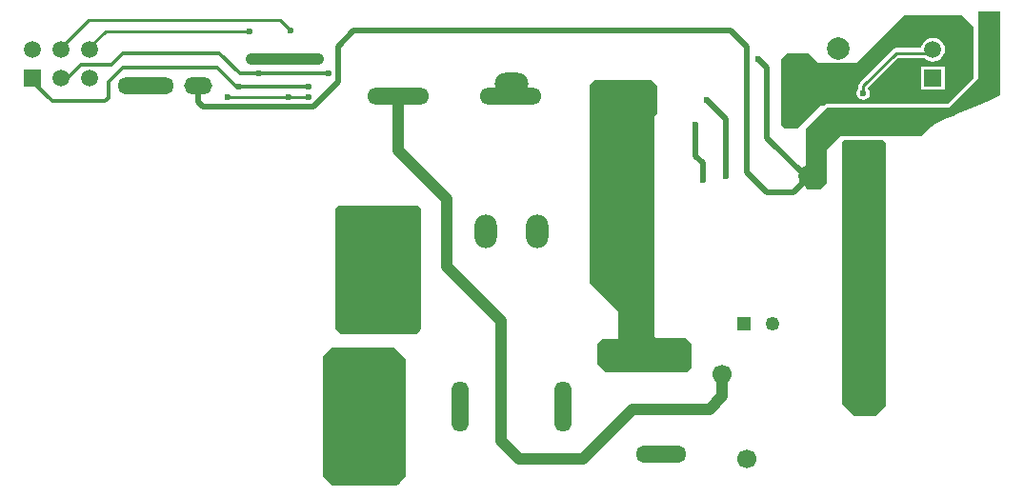
<source format=gbl>
G04 Layer_Physical_Order=2*
G04 Layer_Color=16711680*
%FSLAX44Y44*%
%MOMM*%
G71*
G01*
G75*
%ADD23C,0.5000*%
%ADD24C,0.3000*%
%ADD25C,0.2540*%
%ADD26C,1.0000*%
%ADD29R,1.5000X1.5000*%
%ADD30C,1.5000*%
%ADD31O,4.5000X1.5000*%
%ADD32O,1.5000X4.5000*%
%ADD33O,2.0000X3.0000*%
%ADD34O,3.0000X2.0000*%
%ADD35O,6.0000X3.2000*%
%ADD36O,5.5000X1.5000*%
%ADD37C,2.0000*%
%ADD38R,1.2500X1.2500*%
%ADD39C,1.2500*%
%ADD40C,1.7000*%
%ADD41O,1.5000X6.5000*%
%ADD42O,5.0000X1.5000*%
%ADD43O,2.5000X1.5000*%
%ADD44C,2.0000*%
%ADD45C,0.6000*%
G36*
X554736Y-6869D02*
Y-8748D01*
Y-30846D01*
X554882Y-30992D01*
Y-31100D01*
X554913Y-31177D01*
X552450Y-33640D01*
Y-226426D01*
Y-229220D01*
X554374Y-231144D01*
Y-231252D01*
X554406Y-231329D01*
X554482Y-231360D01*
X580091D01*
X585470Y-236739D01*
Y-250810D01*
Y-257160D01*
X585616Y-257306D01*
Y-257522D01*
X581660Y-261478D01*
X509270D01*
X504698Y-256906D01*
X501650Y-253858D01*
Y-247254D01*
Y-236586D01*
X502920Y-235316D01*
X505968Y-232268D01*
X520192D01*
X520700Y-231760D01*
Y-227696D01*
Y-207376D01*
X495046Y-181722D01*
Y-49896D01*
Y-16114D01*
Y-14336D01*
X495046Y-6107D01*
X499155Y-1998D01*
X549865D01*
X554736Y-6869D01*
D02*
G37*
G36*
X345440Y-116190D02*
Y-203820D01*
Y-222870D01*
X344170Y-224140D01*
X340739Y-227571D01*
X273941D01*
X271780Y-225410D01*
X269240Y-222870D01*
Y-211440D01*
Y-116190D01*
X271780Y-113650D01*
X342900D01*
X345440Y-116190D01*
D02*
G37*
G36*
X331470Y-249540D02*
Y-318120D01*
Y-353680D01*
X328930Y-356220D01*
X323217Y-361933D01*
X266063D01*
X265430Y-361300D01*
X257810Y-353680D01*
Y-280020D01*
Y-247000D01*
X265430Y-239380D01*
X321310D01*
X331470Y-249540D01*
D02*
G37*
G36*
X757936Y-57262D02*
Y-249794D01*
Y-291704D01*
X754126Y-295514D01*
X749300Y-300340D01*
X729996D01*
X725678Y-296022D01*
X719582Y-289926D01*
Y-57262D01*
Y-57008D01*
X721360Y-55230D01*
X755904D01*
X757936Y-57262D01*
D02*
G37*
G36*
X832104Y49672D02*
X836422Y45354D01*
Y11318D01*
Y404D01*
X829941Y-6077D01*
X829941Y-6077D01*
X813057Y-22961D01*
X705866D01*
X704696Y-23194D01*
X703703Y-23857D01*
X703703Y-23857D01*
X702810Y-24750D01*
X699770D01*
X697738Y-26782D01*
X679704Y-44816D01*
X668782D01*
X668528Y-44562D01*
X665480Y-41514D01*
Y-38720D01*
Y16144D01*
Y16652D01*
X671068Y22240D01*
X689864D01*
X698246Y13858D01*
X732790D01*
X754380Y35448D01*
X774954Y56022D01*
X825754D01*
X832104Y49672D01*
D02*
G37*
G36*
X859790Y7508D02*
X859790Y-14986D01*
X851100Y-19000D01*
X839112Y-24538D01*
X822813Y-31289D01*
X819912Y-32370D01*
X819706Y-32576D01*
X814680Y-34658D01*
X814655Y-34683D01*
X810526Y-36393D01*
X802646Y-40749D01*
X795303Y-45959D01*
X789191Y-51420D01*
X717550D01*
X709930Y-59040D01*
X705612Y-63358D01*
Y-84948D01*
Y-93076D01*
X701548Y-97140D01*
X699770Y-98918D01*
X688340D01*
X687070Y-97648D01*
Y-97394D01*
Y-44816D01*
X695960Y-35926D01*
X704973Y-26913D01*
X704973Y-26913D01*
X704973Y-26913D01*
X705653Y-26233D01*
X705889Y-26075D01*
X706167Y-26020D01*
X814324D01*
X815220Y-25124D01*
X832104Y-8240D01*
X832104Y-8240D01*
X832415Y-7929D01*
X832989Y-7489D01*
X833428Y-6916D01*
X838585Y-1759D01*
X838585Y-1759D01*
X838585Y-1759D01*
X840740Y396D01*
Y59070D01*
X859790D01*
Y7508D01*
D02*
G37*
%LPC*%
G36*
X281750Y-337333D02*
X279736Y-337733D01*
X278028Y-338875D01*
X276887Y-340583D01*
X276486Y-342597D01*
X276574D01*
X276625Y-342723D01*
X276750Y-342774D01*
X276875Y-342723D01*
X276927Y-342597D01*
X276949D01*
X277314Y-340760D01*
X278355Y-339202D01*
X279913Y-338161D01*
X281750Y-337796D01*
Y-337774D01*
X281876Y-337723D01*
X281927Y-337597D01*
X281876Y-337472D01*
X281750Y-337420D01*
Y-337333D01*
D02*
G37*
G36*
X800100Y35991D02*
X797359Y35630D01*
X794805Y34572D01*
X792611Y32889D01*
X790928Y30695D01*
X789870Y28141D01*
X789688Y26754D01*
X767494D01*
X765828Y26422D01*
X764416Y25478D01*
X735045Y-3891D01*
X734102Y-5304D01*
X733770Y-6970D01*
Y-9036D01*
X732472Y-10979D01*
X732007Y-13320D01*
X732472Y-15661D01*
X733798Y-17646D01*
X735783Y-18972D01*
X738124Y-19438D01*
X740465Y-18972D01*
X742450Y-17646D01*
X743776Y-15661D01*
X744241Y-13320D01*
X743776Y-10979D01*
X742478Y-9036D01*
Y-8773D01*
X769297Y18046D01*
X792508D01*
X792611Y17911D01*
X794805Y16228D01*
X797359Y15170D01*
X800100Y14809D01*
X802841Y15170D01*
X805395Y16228D01*
X807589Y17911D01*
X809272Y20105D01*
X810330Y22659D01*
X810691Y25400D01*
X810330Y28141D01*
X809272Y30695D01*
X807589Y32889D01*
X805395Y34572D01*
X802841Y35630D01*
X800100Y35991D01*
D02*
G37*
G36*
X810600Y10500D02*
X789600D01*
Y-10500D01*
X810600D01*
Y10500D01*
D02*
G37*
G36*
X276750Y-326421D02*
X276625Y-326472D01*
X276574Y-326597D01*
X276486D01*
X276887Y-328612D01*
X278028Y-330320D01*
X279736Y-331461D01*
X281750Y-331862D01*
Y-331774D01*
X281876Y-331723D01*
X281927Y-331597D01*
X281876Y-331472D01*
X281750Y-331421D01*
Y-331399D01*
X279913Y-331034D01*
X278355Y-329993D01*
X277314Y-328435D01*
X276949Y-326597D01*
X276927D01*
X276875Y-326472D01*
X276750Y-326421D01*
D02*
G37*
%LPD*%
D23*
X825500Y25400D02*
Y43576D01*
Y22400D02*
Y25400D01*
X850900D02*
Y32400D01*
Y0D02*
Y25400D01*
Y-1890D02*
Y0D01*
X825500Y43576D02*
Y45100D01*
X733552Y5730D02*
X780796Y52974D01*
X816102D01*
X828620Y-24170D02*
X850900Y-1890D01*
X271000Y28400D02*
X285000Y42400D01*
X271000Y-3686D02*
Y28400D01*
X249516Y-25170D02*
X271000Y-3686D01*
X285000Y42400D02*
X620000D01*
X634746Y-83678D02*
Y27654D01*
X620000Y42400D02*
X634746Y27654D01*
X645000Y17400D02*
X652780Y9620D01*
Y-52944D02*
Y9620D01*
Y-52944D02*
X687324Y-87488D01*
X595630Y-90790D02*
Y-75550D01*
X589280Y-69200D02*
X595630Y-75550D01*
X589280Y-69200D02*
Y-41260D01*
X751840Y-264272D02*
Y-120000D01*
Y-111110D01*
X634746Y-83678D02*
X652780Y-101712D01*
X687324Y-87488D02*
X690118D01*
X615950Y-86980D02*
Y-36180D01*
X599440Y-19670D02*
X615950Y-36180D01*
X671830Y-30465D02*
X679450Y-22845D01*
Y15890D01*
X740918Y-100188D02*
Y-87488D01*
X679450Y15890D02*
X689610Y5730D01*
X733552D01*
X735076Y-283068D02*
Y-281036D01*
X751840Y-264272D01*
X690118Y-87488D02*
Y-69962D01*
X827273Y-24170D02*
X828620D01*
X802778Y-35164D02*
X805768D01*
X808735Y-32197D01*
X690118Y-69962D02*
X723646Y-36434D01*
X801508D01*
X802778Y-35164D01*
X808735Y-32197D02*
X813578D01*
X817596Y-28179D01*
X823265D01*
X827273Y-24170D01*
X675894Y-101712D02*
X690118Y-87488D01*
X652780Y-101712D02*
X675894D01*
X146950Y-21078D02*
Y-7110D01*
Y-21078D02*
X151042Y-25170D01*
X249516D01*
X740918Y-100188D02*
X751840Y-111110D01*
X816102Y52974D02*
X825500Y43576D01*
D24*
X27600Y-3000D02*
X42600Y12000D01*
X25400Y-3000D02*
X27600D01*
X69600Y12000D02*
X80000Y22400D01*
X42600Y12000D02*
X69600D01*
X80000Y22400D02*
X165702D01*
X80394Y9794D02*
X163830D01*
X67000Y-3600D02*
X80394Y9794D01*
X17600Y-20600D02*
X64000D01*
X67000Y-17600D01*
Y-3600D01*
X0Y-3000D02*
X17600Y-20600D01*
X165702Y22400D02*
X183896Y4206D01*
X163830Y9794D02*
X180848Y-7224D01*
X183896Y4206D02*
X200914D01*
X180848Y-7224D02*
X183388D01*
X262836Y4206D02*
X262890Y4152D01*
X200914Y4206D02*
X262836D01*
X244602Y-7224D02*
X244856Y-7478D01*
X183388Y-7224D02*
X244602D01*
D25*
X767494Y22400D02*
X800100D01*
X50800Y25400D02*
Y27700D01*
Y22400D02*
Y25400D01*
X65050Y41950D02*
X192888D01*
X50800Y27700D02*
X65050Y41950D01*
X25400Y25400D02*
Y27300D01*
Y22400D02*
Y25400D01*
X49500Y51400D02*
X220000D01*
X25400Y27300D02*
X49500Y51400D01*
X738124Y-6970D02*
X767494Y22400D01*
X220000Y51400D02*
X229000Y42400D01*
X227584Y-16876D02*
X245110D01*
X193802Y16906D02*
X194056D01*
X253746Y17160D02*
X254000Y16906D01*
X173228Y-16876D02*
X227584D01*
X738124Y-13320D02*
Y-6970D01*
D26*
X368046Y-167752D02*
Y-107046D01*
X324942Y-63942D02*
X368046Y-107046D01*
X324942Y-63942D02*
Y-16368D01*
X488950Y-338440D02*
X533146Y-294244D01*
X601726D01*
X613000Y-282970D01*
Y-263440D01*
X432054Y-338440D02*
X488950D01*
X416306Y-322692D02*
X432054Y-338440D01*
X416306Y-322692D02*
Y-216012D01*
X368046Y-167752D02*
X416306Y-216012D01*
X524942Y-19668D02*
X527302D01*
X525451Y-242847D02*
X533235D01*
X536194Y-239888D01*
Y-28560D01*
X527302Y-19668D02*
X536194Y-28560D01*
X194056Y17160D02*
X253746D01*
D29*
X0Y0D02*
D03*
X800100D02*
D03*
D30*
X0Y25400D02*
D03*
X25400Y0D02*
D03*
Y25400D02*
D03*
X50800Y0D02*
D03*
Y25400D02*
D03*
X800100D02*
D03*
X825500Y0D02*
D03*
Y25400D02*
D03*
X850900Y0D02*
D03*
Y25400D02*
D03*
D31*
X525451Y-242847D02*
D03*
X292453Y-334605D02*
D03*
X292453Y-249605D02*
D03*
X558448D02*
D03*
X558448Y-334605D02*
D03*
D32*
X379950Y-292097D02*
D03*
X470950D02*
D03*
D33*
X402450Y-136597D02*
D03*
X448451D02*
D03*
D34*
X425451Y-4884D02*
D03*
D35*
X524942Y-19668D02*
D03*
D36*
X424942Y-16368D02*
D03*
X324942D02*
D03*
D37*
X690118Y-87488D02*
D03*
X740918D02*
D03*
D38*
X632460Y-218298D02*
D03*
D39*
X657460D02*
D03*
D40*
X613000Y-263440D02*
D03*
X635000Y-338440D02*
D03*
D41*
X311950Y-194610D02*
D03*
X273950Y-325110D02*
D03*
D42*
X100450Y-7110D02*
D03*
D43*
X146950D02*
D03*
D44*
X715518Y25908D02*
D03*
D45*
X229000Y42400D02*
D03*
X192888Y41950D02*
D03*
X645000Y17400D02*
D03*
X810260Y-18400D02*
D03*
X825500Y45100D02*
D03*
X751840Y-74280D02*
D03*
X728980Y-120000D02*
D03*
X751840D02*
D03*
X741680Y-112380D02*
D03*
X751840Y-104760D02*
D03*
X728980D02*
D03*
X599440Y-19670D02*
D03*
X679450Y15890D02*
D03*
X615950Y-86980D02*
D03*
X589280Y-41260D02*
D03*
X671830Y-30465D02*
D03*
X595630Y-90790D02*
D03*
X254000Y16906D02*
D03*
X194056D02*
D03*
X173228Y-16876D02*
D03*
X183388Y-7224D02*
D03*
X244856Y-7478D02*
D03*
X262890Y4152D02*
D03*
X200914Y4206D02*
D03*
X227584Y-16876D02*
D03*
X245110Y-17130D02*
D03*
X273050Y-117460D02*
D03*
X285750D02*
D03*
X298450D02*
D03*
X311150D02*
D03*
X323850D02*
D03*
X336550D02*
D03*
X273050Y-130160D02*
D03*
X285750D02*
D03*
X298450D02*
D03*
X311150D02*
D03*
X323850D02*
D03*
X336550D02*
D03*
X273050Y-142860D02*
D03*
X298450D02*
D03*
X285750D02*
D03*
X311150D02*
D03*
X323850D02*
D03*
X336550D02*
D03*
X273050Y-155560D02*
D03*
X285750D02*
D03*
X298450D02*
D03*
X312420D02*
D03*
X323850D02*
D03*
X336550D02*
D03*
X273050Y-168260D02*
D03*
X285750D02*
D03*
X298450D02*
D03*
X323850D02*
D03*
X336550D02*
D03*
X273050Y-180960D02*
D03*
Y-193660D02*
D03*
Y-206360D02*
D03*
Y-219060D02*
D03*
X285750D02*
D03*
Y-206360D02*
D03*
Y-193660D02*
D03*
Y-180960D02*
D03*
X298450D02*
D03*
Y-193660D02*
D03*
Y-206360D02*
D03*
Y-219060D02*
D03*
X323850D02*
D03*
Y-206360D02*
D03*
Y-193660D02*
D03*
Y-180960D02*
D03*
X336550D02*
D03*
Y-193660D02*
D03*
Y-206360D02*
D03*
Y-219060D02*
D03*
X260350Y-257160D02*
D03*
Y-269860D02*
D03*
Y-282560D02*
D03*
Y-295260D02*
D03*
Y-307960D02*
D03*
Y-320660D02*
D03*
Y-333360D02*
D03*
Y-346060D02*
D03*
X273050Y-269860D02*
D03*
X285750D02*
D03*
X298450D02*
D03*
X311150D02*
D03*
X323850D02*
D03*
Y-282560D02*
D03*
Y-295260D02*
D03*
Y-307960D02*
D03*
Y-320660D02*
D03*
Y-333360D02*
D03*
Y-346060D02*
D03*
Y-358760D02*
D03*
X311150D02*
D03*
Y-346060D02*
D03*
X298450D02*
D03*
Y-358760D02*
D03*
X285750Y-346060D02*
D03*
Y-358760D02*
D03*
X311150Y-320660D02*
D03*
X298450D02*
D03*
X285750D02*
D03*
X311150Y-307960D02*
D03*
X298450D02*
D03*
X285750D02*
D03*
X311150Y-295260D02*
D03*
X298450D02*
D03*
X285750D02*
D03*
X311150Y-282560D02*
D03*
X298450D02*
D03*
X285750D02*
D03*
X273050D02*
D03*
X323850Y-257160D02*
D03*
X273050D02*
D03*
X285750D02*
D03*
X298450D02*
D03*
X311150D02*
D03*
X726440Y-275448D02*
D03*
X745490Y-291196D02*
D03*
X735076Y-283068D02*
D03*
X244856Y17668D02*
D03*
X669290Y15890D02*
D03*
X688086Y16144D02*
D03*
X738124Y-13320D02*
D03*
M02*

</source>
